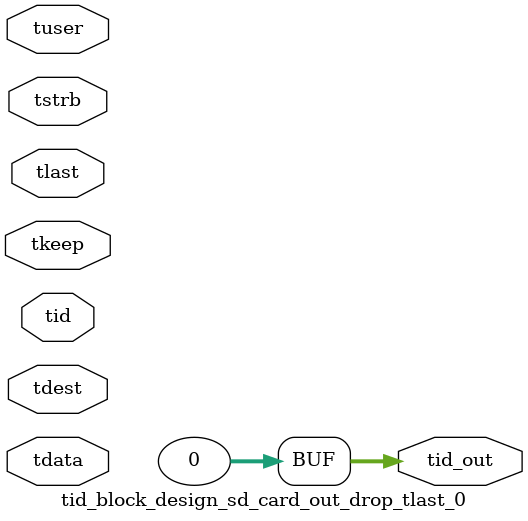
<source format=v>


`timescale 1ps/1ps

module tid_block_design_sd_card_out_drop_tlast_0 #
(
parameter C_S_AXIS_TID_WIDTH   = 1,
parameter C_S_AXIS_TUSER_WIDTH = 0,
parameter C_S_AXIS_TDATA_WIDTH = 0,
parameter C_S_AXIS_TDEST_WIDTH = 0,
parameter C_M_AXIS_TID_WIDTH   = 32
)
(
input  [(C_S_AXIS_TID_WIDTH   == 0 ? 1 : C_S_AXIS_TID_WIDTH)-1:0       ] tid,
input  [(C_S_AXIS_TDATA_WIDTH == 0 ? 1 : C_S_AXIS_TDATA_WIDTH)-1:0     ] tdata,
input  [(C_S_AXIS_TUSER_WIDTH == 0 ? 1 : C_S_AXIS_TUSER_WIDTH)-1:0     ] tuser,
input  [(C_S_AXIS_TDEST_WIDTH == 0 ? 1 : C_S_AXIS_TDEST_WIDTH)-1:0     ] tdest,
input  [(C_S_AXIS_TDATA_WIDTH/8)-1:0 ] tkeep,
input  [(C_S_AXIS_TDATA_WIDTH/8)-1:0 ] tstrb,
input                                                                    tlast,
output [(C_M_AXIS_TID_WIDTH   == 0 ? 1 : C_M_AXIS_TID_WIDTH)-1:0       ] tid_out
);

assign tid_out = {1'b0};

endmodule


</source>
